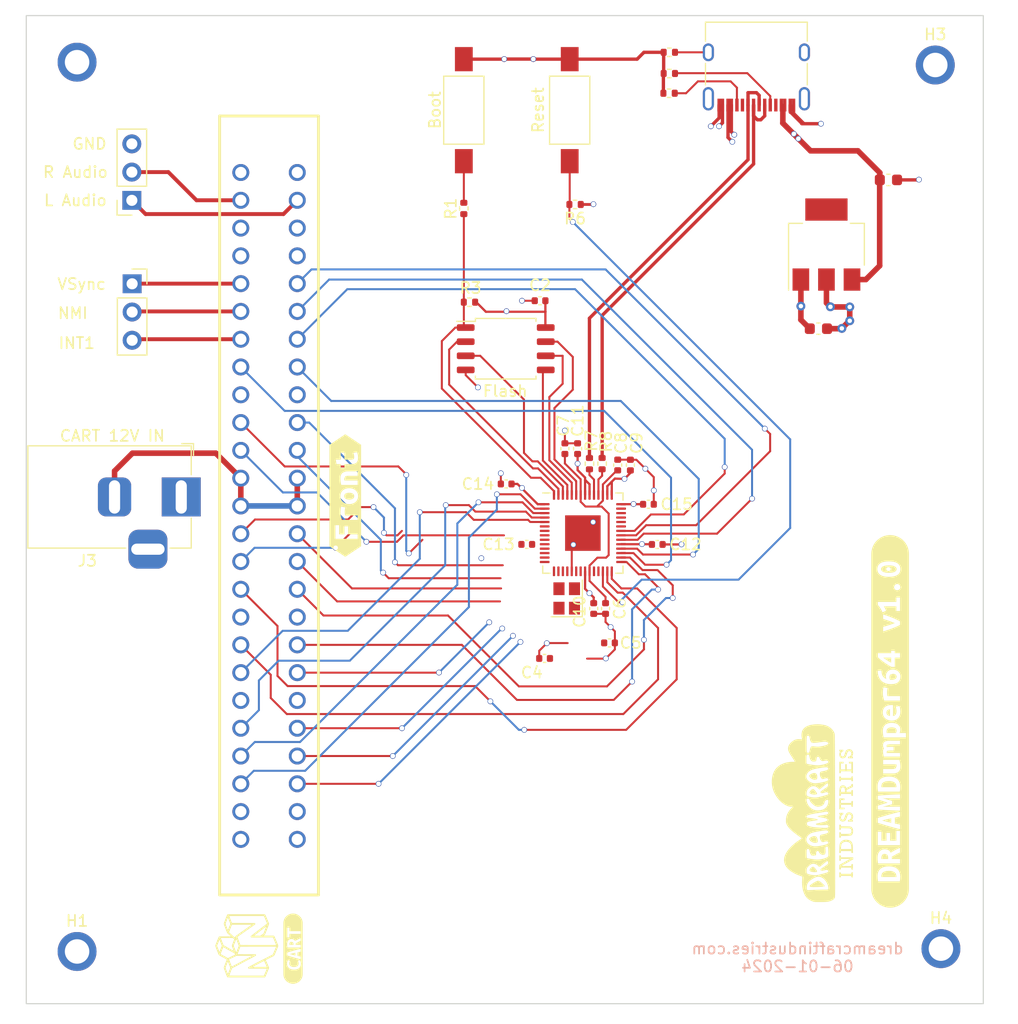
<source format=kicad_pcb>
(kicad_pcb (version 20221018) (generator pcbnew)
  (layers (0 "F.Cu" signal) (1 "In1.Cu" power) (2 "In2.Cu" power) (31 "B.Cu" signal) (34 "B.Paste" user) (35 "F.Paste" user) (36 "B.SilkS" user "B.Silkscreen") (37 "F.SilkS" user "F.Silkscreen") (38 "B.Mask" user) (39 "F.Mask" user) (44 "Edge.Cuts" user))
  (net 0 "")
  (net 1 "VBUS")
  (net 2 "/AD0")
  (net 3 "/AD1")
  (net 4 "/AD2")
  (net 5 "/AD3")
  (net 6 "/AD4")
  (net 7 "/AD5")
  (net 8 "/AD6")
  (net 9 "/AD7")
  (net 10 "/AD8")
  (net 11 "/AD9")
  (net 12 "/AD10")
  (net 13 "/AD11")
  (net 14 "/AD12")
  (net 15 "/AD13")
  (net 16 "/AD14")
  (net 17 "/AD15")
  (net 18 "GND")
  (net 19 "+3V3")
  (net 20 "/MCU1_XIN")
  (net 21 "Net-(U1-VREG_VOUT)")
  (net 22 "/MCU1_XOUT")
  (net 23 "/ALEL")
  (net 24 "/ALEH")
  (net 25 "/WRITE")
  (net 26 "/READ")
  (net 27 "/CIC_CLK")
  (net 28 "Net-(J1-CC1)")
  (net 29 "/COLD_RESET")
  (net 30 "/SWCLK")
  (net 31 "/SWDIO")
  (net 32 "/CART_LAUDIO")
  (net 33 "/CART_RAUDIO")
  (net 34 "/CART_INT1")
  (net 35 "/CIC_DIO")
  (net 36 "/~{SSI_CS}")
  (net 37 "Net-(R1-Pad2)")
  (net 39 "Net-(J1-CC2)")
  (net 41 "/RUN")
  (net 42 "/USB_D+")
  (net 43 "Net-(J1-SHIELD)")
  (net 44 "/USB_D-")
  (net 45 "/SSI_SD3")
  (net 46 "/SSI_SCLK")
  (net 47 "/SSI_SD0")
  (net 48 "/SSI_SD2")
  (net 49 "/SSI_SD1")
  (net 50 "/CART_12V")
  (net 51 "/N64_SI_CLK")
  (net 52 "/N64_SI_DAT")
  (net 53 "/CART_NMI")
  (net 54 "Net-(U1-USB_DP)")
  (net 55 "/CART_VIDEO_SYNC")
  (net 56 "Net-(U1-USB_DM)")
  (footprint "Resistor_SMD:R_0402_1005Metric" (layer "F.Cu") (at 116.5332 43.942)
    (fp_text reference "R2" hide)
    (fp_text value "100k")
  )
  (footprint "Resistor_SMD:R_0402_1005Metric" (layer "F.Cu") (at 108.0516 57.6326 180)
    (fp_text reference "R6")
    (fp_text value "10k")
  )
  (footprint "MountingHole:MountingHole_2.2mm_M2_ISO7380_Pad_TopBottom" (layer "F.Cu") (at 63.246 124.841)
    (fp_text reference "H1")
    (fp_text value "MountingHole_Pad")
  )
  (footprint "Capacitor_SMD:C_0402_1005Metric" (layer "F.Cu") (at 103.7056 88.2142 180)
    (fp_text reference "C13")
    (fp_text value "100n" hide)
  )
  (footprint "MountingHole:MountingHole_2.2mm_M2_ISO7380_Pad_TopBottom" (layer "F.Cu") (at 63.246 44.831)
    (fp_text reference "H2" hide)
    (fp_text value "MountingHole_Pad")
  )
  (footprint "Resistor_SMD:R_0402_1005Metric" (layer "F.Cu") (at 116.5098 47.625 180)
    (fp_text reference "R5" hide)
    (fp_text value "5k1" hide)
  )
  (footprint "Resistor_SMD:R_0402_1005Metric" (layer "F.Cu") (at 110.4848 80.9498 -90)
    (fp_text reference "R8")
    (fp_text value "22R")
  )
  (footprint "Capacitor_SMD:C_0402_1005Metric" (layer "F.Cu") (at 105.3084 98.4758)
    (fp_text reference "C4")
    (fp_text value "12p" hide)
  )
  (footprint "MountingHole:MountingHole_2.2mm_M2_ISO7380_Pad_TopBottom" (layer "F.Cu") (at 140.97 124.587)
    (fp_text reference "H4")
    (fp_text value "MountingHole_Pad")
  )
  (footprint "Button_Switch_SMD:SW_SPST_FSMSM" (layer "F.Cu") (at 98.044 49.149 90)
    (fp_text reference "Boot")
    (fp_text value "BootButton")
  )
  (footprint "Package_SO:SOIC-8_5.23x5.23mm_P1.27mm" (layer "F.Cu") (at 101.81 70.612)
    (fp_text reference "Flash")
    (fp_text value "W25Q128JVS" hide)
  )
  (footprint "Resistor_SMD:R_0402_1005Metric" (layer "F.Cu") (at 109.347 80.9533 -90)
    (fp_text reference "R7")
    (fp_text value "22R")
  )
  (footprint "Capacitor_SMD:C_0402_1005Metric" (layer "F.Cu") (at 101.854 82.7786 180)
    (fp_text reference "C14")
    (fp_text value "100n" hide)
  )
  (footprint "Resistor_SMD:R_0402_1005Metric" (layer "F.Cu") (at 98.55 66.421 180)
    (fp_text reference "R3")
    (fp_text value "10K" hide)
  )
  (footprint "db-thparts:N64-CONN" (layer "F.Cu") (at 83.058 114.756 180)
    (fp_text reference "U2" hide)
    (fp_text value "N64-Cartridge" hide)
  )
  (footprint "Connector_PinSocket_2.54mm:PinSocket_1x03_P2.54mm_Vertical" (layer "F.Cu") (at 68.199 64.77)
    (fp_text reference "CON2" hide)
    (fp_text value "HDR1X3")
  )
  (footprint "Capacitor_SMD:C_0402_1005Metric" (layer "F.Cu") (at 110.7948 93.9826 -90)
    (fp_text reference "C6")
    (fp_text value "100n" hide)
  )
  (footprint "Capacitor_SMD:C_0402_1005Metric" (layer "F.Cu") (at 109.728 93.9826 -90)
    (fp_text reference "C10")
    (fp_text value "100n" hide)
  )
  (footprint "Capacitor_SMD:C_0402_1005Metric" (layer "F.Cu") (at 108.2802 79.601 90)
    (fp_text reference "C11")
    (fp_text value "100n" hide)
  )
  (footprint "Capacitor_SMD:C_0402_1005Metric" (layer "F.Cu") (at 111.887 81.0742 90)
    (fp_text reference "C8")
    (fp_text value "1u")
  )
  (footprint "Capacitor_SMD:C_0402_1005Metric" (layer "F.Cu") (at 113.03 81.0794 90)
    (fp_text reference "C9")
    (fp_text value "1u")
  )
  (footprint "Capacitor_SMD:C_0402_1005Metric" (layer "F.Cu") (at 104.902 66.294 180)
    (fp_text reference "C2")
    (fp_text value "100n")
  )
  (footprint "Capacitor_SMD:C_0402_1005Metric" (layer "F.Cu") (at 114.653 84.6074)
    (fp_text reference "C15")
    (fp_text value "100n")
  )
  (footprint "Capacitor_SMD:C_0402_1005Metric" (layer "F.Cu") (at 115.4456 88.221)
    (fp_text reference "C12")
    (fp_text value "100n" hide)
  )
  (footprint "kibuzzard-665BAE91" (layer "F.Cu") (at 82.677 124.587 90)
    (fp_text reference "kibuzzard-665BAE91" hide)
    (fp_text value "G***" hide)
  )
  (footprint "Resistor_SMD:R_0402_1005Metric" (layer "F.Cu") (at 116.5332 45.847 180)
    (fp_text reference "R4" hide)
    (fp_text value "5k1" hide)
  )
  (footprint "Capacitor_SMD:C_0603_1608Metric" (layer "F.Cu") (at 129.9464 68.8086 180)
    (fp_text reference "C3" hide)
    (fp_text value "10u")
  )
  (footprint "MountingHole:MountingHole_2.2mm_M2_ISO7380_Pad_TopBottom" (layer "F.Cu") (at 140.462 45.085)
    (fp_text reference "H3")
    (fp_text value "MountingHole_Pad")
  )
  (footprint "Capacitor_SMD:C_0402_1005Metric" (layer "F.Cu") (at 111.1504 97.0788 180)
    (fp_text reference "C5")
    (fp_text value "12p" hide)
  )
  (footprint "kibuzzard-665BADED" (layer "F.Cu") (at 87.376 83.82 90)
    (fp_text reference "kibuzzard-665BADED" hide)
    (fp_text value "G***" hide)
  )
  (footprint "Connector_BarrelJack:BarrelJack_Horizontal" (layer "F.Cu") (at 72.6186 83.947)
    (fp_text reference "J3")
    (fp_text value "CART 12V IN")
  )
  (footprint "Package_TO_SOT_SMD:SOT-223-3_TabPin2" (layer "F.Cu") (at 130.669 61.239 90)
    (fp_text reference "U4" hide)
    (fp_text value "NCP1117-3.3_SOT223")
  )
  (footprint "LOGO" (layer "F.Cu") (at 129.824431 112.453543 90)
    (fp_text reference "Logo" hide)
    (fp_text value "LOGO" hide)
  )
  (footprint "Crystal:Crystal_SMD_2520-4Pin_2.5x2.0mm" (layer "F.Cu") (at 107.3038 93.0796 90)
    (fp_text reference "Y1" hide)
    (fp_text value "12MHz 10ppm" hide)
  )
  (footprint "Connector_USB:USB_C_Receptacle_XKB_U262-16XN-4BVC11" (layer "F.Cu") (at 124.364 45.02 180)
    (fp_text reference "J1" hide)
    (fp_text value "USB_C_Receptacle_USB2.0")
  )
  (footprint "Package_DFN_QFN:QFN-56-1EP_7x7mm_P0.4mm_EP3.2x3.2mm" (layer "F.Cu") (at 108.7542 87.2)
    (fp_text reference "U1" hide)
    (fp_text value "RP2040" hide)
  )
  (footprint "Resistor_SMD:R_0402_1005Metric" (layer "F.Cu") (at 98.044 57.9902 90)
    (fp_text reference "R1")
    (fp_text value "1K")
  )
  (footprint "LOGO" (layer "F.Cu") (at 78.486 124.46 90)
    (fp_text reference "G***" hide)
    (fp_text value "LOGO" hide)
  )
  (footprint "Connector_PinSocket_2.54mm:PinSocket_1x03_P2.54mm_Vertical" (layer "F.Cu") (at 68.174 57.262 180)
    (fp_text reference "CON3" hide)
    (fp_text value "HDR1X3" hide)
  )
  (footprint "Button_Switch_SMD:SW_SPST_FSMSM" (layer "F.Cu") (at 107.569 49.149 -90)
    (fp_text reference "Reset")
    (fp_text value "ResetButton")
  )
  (footprint "Capacitor_SMD:C_0402_1005Metric" (layer "F.Cu") (at 107.1372 79.601 90)
    (fp_text reference "C7")
    (fp_text value "100n" hide)
  )
  (footprint "Capacitor_SMD:C_0603_1608Metric" (layer "F.Cu") (at 136.2456 55.4228)
    (fp_text reference "C1" hide)
    (fp_text value "10u")
  )
  (footprint "kibuzzard-665BAD6D" (layer "F.Cu") (at 136.398 104.14 90)
    (fp_text reference "kibuzzard-665BAD6D" hide)
    (fp_text value "G***" hide)
  )
  (gr_rect (start 58.674 40.64) (end 144.78 129.54) (stroke (width 0.1)) (fill none) (layer "Edge.Cuts"))
  (gr_text "dreamcraftindustries.com\n06-01-2024" (at 128.0668 126.7714) (layer "B.SilkS") (effects (font (size 1 1)) (justify bottom mirror)))
  (gr_text "INT1" (at 63.2206 70.104) (layer "F.SilkS") (effects (font (size 1 1))))
  (gr_text "L Audio" (at 63.094 57.262) (layer "F.SilkS") (effects (font (size 1 1))))
  (gr_text "GND" (at 64.364 52.182) (layer "F.SilkS") (effects (font (size 1 1))))
  (gr_text "R Audio\n" (at 63.094 54.722) (layer "F.SilkS") (effects (font (size 1 1))))
  (gr_text "VSync" (at 63.6524 64.7954) (layer "F.SilkS") (effects (font (size 1 1))))
  (gr_text "NMI" (at 62.865 67.4116) (layer "F.SilkS") (effects (font (size 1 1))))
  (segment (start 121.814 51.6084) (end 122.195 51.9894) (width 0.3) (layer "F.Cu") (net 1))
  (segment (start 135.4706 55.4228) (end 135.4582 55.4352) (width 0.5) (layer "F.Cu") (net 1))
  (segment (start 127.7112 51.2826) (end 127.7366 51.2826) (width 0.5) (layer "F.Cu") (net 1))
  (segment (start 126.746 50.3174) (end 127.7112 51.2826) (width 0.5) (layer "F.Cu") (net 1))
  (segment (start 135.4582 63.1444) (end 134.2136 64.389) (width 0.5) (layer "F.Cu") (net 1))
  (segment (start 127.7366 51.308) (end 127.9906 51.562) (width 0.5) (layer "F.Cu") (net 1))
  (segment (start 133.5024 52.8066) (end 135.4706 54.7748) (width 0.5) (layer "F.Cu") (net 1))
  (segment (start 126.746 48.822) (end 126.746 50.3174) (width 0.5) (layer "F.Cu") (net 1))
  (segment (start 134.2136 64.389) (end 132.969 64.389) (width 0.5) (layer "F.Cu") (net 1))
  (segment (start 129.2352 52.8066) (end 133.5024 52.8066) (width 0.5) (layer "F.Cu") (net 1))
  (segment (start 121.814 48.69) (end 121.814 51.6084) (width 0.3) (layer "F.Cu") (net 1))
  (segment (start 128.143 51.7144) (end 129.2352 52.8066) (width 0.5) (layer "F.Cu") (net 1))
  (segment (start 127.7366 51.2826) (end 127.7366 51.308) (width 0.5) (layer "F.Cu") (net 1))
  (segment (start 122.114 48.69) (end 122.114 51.0956) (width 0.3) (layer "F.Cu") (net 1))
  (segment (start 122.195 51.9894) (end 122.1994 51.9938) (width 0.18) (layer "F.Cu") (net 1))
  (segment (start 122.114 51.0956) (end 122.3772 51.3588) (width 0.3) (layer "F.Cu") (net 1))
  (segment (start 127.9906 51.562) (end 128.143 51.7144) (width 0.5) (layer "F.Cu") (net 1))
  (segment (start 135.4706 54.7748) (end 135.4706 55.4228) (width 0.5) (layer "F.Cu") (net 1))
  (segment (start 135.4582 55.4352) (end 135.4582 63.1444) (width 0.5) (layer "F.Cu") (net 1))
  (via (at 127.7366 51.2826) (size 0.508) (drill 0.4) (layers "F.Cu" "B.Cu") (net 1))
  (via (at 122.3772 51.3588) (size 0.508) (drill 0.4) (layers "F.Cu" "B.Cu") (net 1))
  (via (at 128.143 51.7144) (size 0.508) (drill 0.4) (layers "F.Cu" "B.Cu") (net 1))
  (via (at 122.1994 51.9938) (size 0.508) (drill 0.4) (layers "F.Cu" "B.Cu") (net 1))
  (segment (start 104.431 85) (end 103.1388 83.7078) (width 0.18) (layer "F.Cu") (net 2))
  (segment (start 103.1388 83.7078) (end 101.0158 83.7078) (width 0.18) (layer "F.Cu") (net 2))
  (segment (start 105.3167 85) (end 104.431 85) (width 0.18) (layer "F.Cu") (net 2))
  (via (at 101.0158 83.7078) (size 0.508) (drill 0.4) (layers "F.Cu" "B.Cu") (net 2))
  (segment (start 98.5012 93.853) (end 98.5012 87.6046) (width 0.18) (layer "B.Cu") (net 2))
  (segment (start 98.5012 87.6046) (end 101.0158 85.09) (width 0.18) (layer "B.Cu") (net 2))
  (segment (start 79.149 108.585) (end 83.7692 108.585) (width 0.18) (layer "B.Cu") (net 2))
  (segment (start 101.0158 85.09) (end 101.0158 83.7078) (width 0.18) (layer "B.Cu") (net 2))
  (segment (start 83.7692 108.585) (end 98.5012 93.853) (width 0.18) (layer "B.Cu") (net 2))
  (segment (start 77.978 109.756) (end 79.149 108.585) (width 0.18) (layer "B.Cu") (net 2))
  (segment (start 104.293598 85.4) (end 103.323198 84.4296) (width 0.18) (layer "F.Cu") (net 3))
  (segment (start 103.323198 84.4296) (end 99.3648 84.4296) (width 0.18) (layer "F.Cu") (net 3))
  (segment (start 105.3167 85.4) (end 104.293598 85.4) (width 0.18) (layer "F.Cu") (net 3))
  (via (at 99.3648 84.4296) (size 0.508) (drill 0.4) (layers "F.Cu" "B.Cu") (net 3))
  (segment (start 97.4598 86.3346) (end 99.3648 84.4296) (width 0.18) (layer "B.Cu") (net 3))
  (segment (start 77.978 107.256) (end 79.2398 105.9942) (width 0.18) (layer "B.Cu") (net 3))
  (segment (start 79.2398 105.9942) (end 83.307553 105.9942) (width 0.18) (layer "B.Cu") (net 3))
  (segment (start 83.307553 105.9942) (end 97.4598 91.841953) (width 0.18) (layer "B.Cu") (net 3))
  (segment (start 97.4598 91.841953) (end 97.4598 86.3346) (width 0.18) (layer "B.Cu") (net 3))
  (segment (start 103.623996 85.2678) (end 99.0854 85.2678) (width 0.18) (layer "F.Cu") (net 4))
  (segment (start 98.5012 84.6836) (end 96.4184 84.6836) (width 0.18) (layer "F.Cu") (net 4))
  (segment (start 99.0854 85.2678) (end 98.5012 84.6836) (width 0.18) (layer "F.Cu") (net 4))
  (segment (start 105.3167 85.8) (end 104.156196 85.8) (width 0.18) (layer "F.Cu") (net 4))
  (segment (start 104.156196 85.8) (end 103.623996 85.2678) (width 0.18) (layer "F.Cu") (net 4))
  (via (at 96.4184 84.6836) (size 0.508) (drill 0.4) (layers "F.Cu" "B.Cu") (net 4))
  (segment (start 77.978 104.756) (end 79.6036 103.1304) (width 0.18) (layer "B.Cu") (net 4))
  (segment (start 79.6036 103.1304) (end 79.6036 100.457) (width 0.18) (layer "B.Cu") (net 4))
  (segment (start 96.3676 90.0938) (end 96.3676 84.7344) (width 0.18) (layer "B.Cu") (net 4))
  (segment (start 96.3676 84.7344) (end 96.4184 84.6836) (width 0.18) (layer "B.Cu") (net 4))
  (segment (start 81.3816 98.679) (end 87.7824 98.679) (width 0.18) (layer "B.Cu") (net 4))
  (segment (start 79.6036 100.457) (end 81.3816 98.679) (width 0.18) (layer "B.Cu") (net 4))
  (segment (start 87.7824 98.679) (end 96.3676 90.0938) (width 0.18) (layer "B.Cu") (net 4))
  (segment (start 104.018795 86.2) (end 103.823195 86.0044) (width 0.18) (layer "F.Cu") (net 5))
  (segment (start 98.933 86.0044) (end 98.2472 85.3186) (width 0.18) (layer "F.Cu") (net 5))
  (segment (start 98.2472 85.3186) (end 94.0816 85.3186) (width 0.18) (layer "F.Cu") (net 5))
  (segment (start 105.3167 86.2) (end 104.018795 86.2) (width 0.18) (layer "F.Cu") (net 5))
  (segment (start 103.823195 86.0044) (end 98.933 86.0044) (width 0.18) (layer "F.Cu") (net 5))
  (via (at 94.0816 85.3186) (size 0.508) (drill 0.4) (layers "F.Cu" "B.Cu") (net 5))
  (segment (start 94.0816 89.5096) (end 94.0816 85.3186) (width 0.18) (layer "B.Cu") (net 5))
  (segment (start 87.6046 95.9866) (end 94.0816 89.5096) (width 0.18) (layer "B.Cu") (net 5))
  (segment (start 81.7474 95.9866) (end 87.6046 95.9866) (width 0.18) (layer "B.Cu") (net 5))
  (segment (start 77.978 99.756) (end 81.7474 95.9866) (width 0.18) (layer "B.Cu") (net 5))
  (segment (start 88.431406 86.6) (end 86.512406 88.519) (width 0.18) (layer "F.Cu") (net 6))
  (via (at 86.512406 88.519) (size 0.508) (drill 0.4) (layers "F.Cu" "B.Cu") (net 6))
  (segment (start 77.978 89.756) (end 79.215 88.519) (width 0.18) (layer "B.Cu") (net 6))
  (segment (start 79.215 88.519) (end 86.512406 88.519) (width 0.18) (layer "B.Cu") (net 6))
  (segment (start 88.7476 84.8614) (end 89.915998 84.8614) (width 0.18) (layer "F.Cu") (net 7))
  (segment (start 92.472398 87) (end 92.070998 87.4014) (width 0.18) (layer "F.Cu") (net 7))
  (segment (start 87.63 85.979) (end 88.7476 84.8614) (width 0.18) (layer "F.Cu") (net 7))
  (segment (start 79.255 85.979) (end 87.63 85.979) (width 0.18) (layer "F.Cu") (net 7))
  (segment (start 77.978 87.256) (end 79.255 85.979) (width 0.18) (layer "F.Cu") (net 7))
  (segment (start 92.070998 87.4014) (end 91.0844 87.4014) (width 0.18) (layer "F.Cu") (net 7))
  (segment (start 91.0844 87.4014) (end 90.8558 87.1728) (width 0.18) (layer "F.Cu") (net 7))
  (via (at 89.915998 84.8614) (size 0.508) (drill 0.4) (layers "F.Cu" "B.Cu") (net 7))
  (via (at 90.8558 87.1728) (size 0.508) (drill 0.4) (layers "F.Cu" "B.Cu") (net 7))
  (segment (start 90.8558 85.801202) (end 90.8558 87.1728) (width 0.18) (layer "B.Cu") (net 7))
  (segment (start 89.915998 84.8614) (end 90.8558 85.801202) (width 0.18) (layer "B.Cu") (net 7))
  (segment (start 92.6094 87.4004) (end 92.029632 87.980168) (width 0.18) (layer "F.Cu") (net 8))
  (segment (start 101.64086 87.4) (end 101.64046 87.4004) (width 0.18) (layer "F.Cu") (net 8))
  (segment (start 101.64046 87.4004) (end 92.6094 87.4004) (width 0.18) (layer "F.Cu") (net 8))
  (segment (start 92.029632 87.980168) (end 89.275566 87.980168) (width 0.18) (layer "F.Cu") (net 8))
  (via (at 89.275566 87.980168) (size 0.508) (drill 0.4) (layers "F.Cu" "B.Cu") (net 8))
  (segment (start 81.7626 83.5406) (end 84.835998 83.5406) (width 0.18) (layer "B.Cu") (net 8))
  (segment (start 77.978 79.756) (end 81.7626 83.5406) (width 0.18) (layer "B.Cu") (net 8))
  (segment (start 84.835998 83.5406) (end 89.275566 87.980168) (width 0.18) (layer "B.Cu") (net 8))
  (segment (start 92.1514 81.204) (end 92.8624 81.915) (width 0.18) (layer "F.Cu") (net 9))
  (segment (start 81.926 81.204) (end 92.1514 81.204) (width 0.18) (layer "F.Cu") (net 9))
  (segment (start 77.978 77.256) (end 81.926 81.204) (width 0.18) (layer "F.Cu") (net 9))
  (segment (start 92.8624 81.915) (end 92.8624 81.9658) (width 0.18) (layer "F.Cu") (net 9))
  (segment (start 94.318 87.8) (end 93.091 89.027) (width 0.18) (layer "F.Cu") (net 9))
  (via (at 93.091 89.027) (size 0.508) (drill 0.4) (layers "F.Cu" "B.Cu") (net 9))
  (via (at 92.8624 81.9658) (size 0.508) (drill 0.4) (layers "F.Cu" "B.Cu") (net 9))
  (segment (start 92.8624 88.7984) (end 93.091 89.027) (width 0.18) (layer "B.Cu") (net 9))
  (segment (start 92.8624 81.9658) (end 92.8624 88.7984) (width 0.18) (layer "B.Cu") (net 9))
  (segment (start 101.5492 90.0938) (end 92.1258 90.0938) (width 0.18) (layer "F.Cu") (net 10))
  (segment (start 92.1258 90.0938) (end 91.8464 89.8144) (width 0.18) (layer "F.Cu") (net 10))
  (via (at 91.8464 89.8144) (size 0.508) (drill 0.4) (layers "F.Cu" "B.Cu") (net 10))
  (segment (start 83.058 77.256) (end 84.13563 77.256) (width 0.18) (layer "B.Cu") (net 10))
  (segment (start 91.8464 84.96677) (end 91.8464 89.8144) (width 0.18) (layer "B.Cu") (net 10))
  (segment (start 84.13563 77.256) (end 91.8464 84.96677) (width 0.18) (layer "B.Cu") (net 10))
  (segment (start 90.7796 90.7542) (end 91.2876 91.2622) (width 0.18) (layer "F.Cu") (net 11))
  (segment (start 91.2876 91.2622) (end 101.346 91.2622) (width 0.18) (layer "F.Cu") (net 11))
  (via (at 90.7796 90.7542) (size 0.508) (drill 0.4) (layers "F.Cu" "B.Cu") (net 11))
  (segment (start 90.5764 87.8078) (end 83.058 80.2894) (width 0.18) (layer "B.Cu") (net 11))
  (segment (start 90.5764 90.551) (end 90.5764 87.8078) (width 0.18) (layer "B.Cu") (net 11))
  (segment (start 83.058 80.2894) (end 83.058 79.756) (width 0.18) (layer "B.Cu") (net 11))
  (segment (start 90.7796 90.7542) (end 90.5764 90.551) (width 0.18) (layer "B.Cu") (net 11))
  (segment (start 101.3968 92.1766) (end 87.9786 92.1766) (width 0.18) (layer "F.Cu") (net 12))
  (segment (start 87.9786 92.1766) (end 83.058 87.256) (width 0.18) (layer "F.Cu") (net 12))
  (segment (start 86.647 93.345) (end 83.058 89.756) (width 0.18) (layer "F.Cu") (net 13))
  (segment (start 101.2952 93.345) (end 86.647 93.345) (width 0.18) (layer "F.Cu") (net 13))
  (segment (start 95.7986 99.756) (end 95.8088 99.7458) (width 0.18) (layer "F.Cu") (net 14))
  (segment (start 83.058 99.756) (end 95.7986 99.756) (width 0.18) (layer "F.Cu") (net 14))
  (via (at 95.8088 99.7458) (size 0.508) (drill 0.4) (layers "F.Cu" "B.Cu") (net 14))
  (via (at 100.33 95.2246) (size 0.508) (drill 0.4) (layers "F.Cu" "B.Cu") (net 14))
  (segment (start 95.8088 99.7458) (end 100.33 95.2246) (width 0.18) (layer "B.Cu") (net 14))
  (segment (start 83.058 104.756) (end 92.475004 104.756) (width 0.18) (layer "F.Cu") (net 15))
  (via (at 101.498402 95.783401) (size 0.508) (drill 0.4) (layers "F.Cu" "B.Cu") (net 15))
  (via (at 92.475004 104.756) (size 0.508) (drill 0.4) (layers "F.Cu" "B.Cu") (net 15))
  (segment (start 101.447603 95.783401) (end 101.498402 95.783401) (width 0.18) (layer "B.Cu") (net 15))
  (segment (start 92.475004 104.756) (end 101.447603 95.783401) (width 0.18) (layer "B.Cu") (net 15))
  (segment (start 91.6514 107.256) (end 83.058 107.256) (width 0.18) (layer "F.Cu") (net 16))
  (via (at 102.4636 96.4438) (size 0.508) (drill 0.4) (layers "F.Cu" "B.Cu") (net 16))
  (via (at 91.6514 107.256) (size 0.508) (drill 0.4) (layers "F.Cu" "B.Cu") (net 16))
  (segment (start 91.6514 107.256) (end 102.4636 96.4438) (width 0.18) (layer "B.Cu") (net 16))
  (segment (start 90.370608 109.756) (end 83.058 109.756) (width 0.18) (layer "F.Cu") (net 17))
  (via (at 90.370608 109.756) (size 0.508) (drill 0.4) (layers "F.Cu" "B.Cu") (net 17))
  (via (at 103.136704 96.989904) (size 0.508) (drill 0.4) (layers "F.Cu" "B.Cu") (net 17))
  (segment (start 90.370608 109.756) (end 103.136704 96.989904) (width 0.18) (layer "B.Cu") (net 17))
  (segment (start 111.252 95.6564) (end 111.633 96.0374) (width 0.18) (layer "F.Cu") (net 18))
  (segment (start 108.2802 79.121) (end 107.1372 79.121) (width 0.18) (layer "F.Cu") (net 18))
  (segment (start 104.299798 44.559) (end 104.292398 44.5516) (width 0.5) (layer "F.Cu") (net 18))
  (segment (start 107.1372 79.121) (end 107.1372 77.978) (width 0.18) (layer "F.Cu") (net 18))
  (segment (start 128.369 64.389) (end 128.369 66.779184) (width 0.5) (layer "F.Cu") (net 18))
  (segment (start 109.133707 98.493256) (end 110.802744 98.493256) (width 0.18) (layer "F.Cu") (net 18))
  (segment (start 115.9998 47.625) (end 115.9998 45.8704) (width 0.3) (layer "F.Cu") (net 18))
  (segment (start 121.014 49.8518) (end 120.269 50.5968) (width 0.3) (layer "F.Cu") (net 18))
  (segment (start 111.633 97.0762) (end 111.6304 97.0788) (width 0.18) (layer "F.Cu") (net 18))
  (segment (start 121.314 50.288388) (end 121.0056 50.596788) (width 0.3) (layer "F.Cu") (net 18))
  (segment (start 111.887 80.5942) (end 113.0248 80.5942) (width 0.18) (layer "F.Cu") (net 18))
  (segment (start 127.714 48.69) (end 127.714 49.4058) (width 0.3) (layer "F.Cu") (net 18))
  (segment (start 109.728 94.4626) (end 110.7948 94.4626) (width 0.18) (layer "F.Cu") (net 18))
  (segment (start 128.6764 50.3682) (end 130.175 50.3682) (width 0.18) (layer "F.Cu") (net 18))
  (segment (start 115.1382 83.3628) (end 115.133 83.368) (width 0.18) (layer "F.Cu") (net 18))
  (segment (start 127.414 49.3344) (end 128.4478 50.3682) (width 0.25) (layer "F.Cu") (net 18))
  (segment (start 98.21 72.517) (end 98.21 72.9878) (width 0.18) (layer "F.Cu") (net 18))
  (segment (start 107.7542 90.6375) (end 107.7542 88.3846) (width 0.18) (layer "F.Cu") (net 18))
  (segment (start 128.4478 50.3682) (end 130.175 50.3682) (width 0.3) (layer "F.Cu") (net 18))
  (segment (start 116.0232 45.847) (end 116.0232 43.942) (width 0.3) (layer "F.Cu") (net 18))
  (segment (start 113.6322 44.559) (end 114.2492 43.942) (width 0.3) (layer "F.Cu") (net 18))
  (segment (start 111.6304 97.6656) (end 110.8202 98.4758) (width 0.18) (layer "F.Cu") (net 18))
  (segment (start 104.422 66.294) (end 103.2764 66.294) (width 0.18) (layer "F.Cu") (net 18))
  (segment (start 121.314 48.69) (end 121.314 50.288388) (width 0.3) (layer "F.Cu") (net 18))
  (segment (start 101.6688 44.559) (end 101.6762 44.5516) (width 0.5) (layer "F.Cu") (net 18))
  (segment (start 114.3762 81.407) (end 115.133 82.1638) (width 0.18) (layer "F.Cu") (net 18))
  (segment (start 114.2492 43.942) (end 116.0232 43.942) (width 0.3) (layer "F.Cu") (net 18))
  (segment (start 115.9998 45.8704) (end 116.0232 45.847) (width 0.18) (layer "F.Cu") (net 18))
  (segment (start 128.369 68.0062) (end 128.369 66.779184) (width 0.5) (layer "F.Cu") (net 18))
  (segment (start 107.383707 97.093256) (end 105.522544 97.093256) (width 0.18) (layer "F.Cu") (net 18))
  (segment (start 115.133 83.368) (end 115.133 84.6074) (width 0.18) (layer "F.Cu") (net 18))
  (segment (start 129.1714 68.8086) (end 128.369 68.0062) (width 0.5) (layer "F.Cu") (net 18))
  (segment (start 121.014 48.69) (end 121.014 49.8518) (width 0.3) (layer "F.Cu") (net 18))
  (segment (start 115.9764 47.625) (end 115.951 47.5996) (width 0.18) (layer "F.Cu") (net 18))
  (segment (start 98.21 72.9878) (end 99.314 74.0918) (width 0.18) (layer "F.Cu") (net 18))
  (segment (start 105.522544 97.093256) (end 105.5116 97.1042) (width 0.18) (layer "F.Cu") (net 18))
  (segment (start 113.5686 80.5994) (end 114.3762 81.407) (width 0.18) (layer "F.Cu") (net 18))
  (segment (start 138.9634 55.4228) (end 138.9888 55.3974) (width 0.3) (layer "F.Cu") (net 18))
  (segment (start 101.6762 44.5516) (end 104.292398 44.5516) (width 0.3) (layer "F.Cu") (net 18))
  (segment (start 98.044 44.559) (end 101.6688 44.559) (width 0.3) (layer "F.Cu") (net 18))
  (segment (start 110.7948 95.1992) (end 111.252 95.6564) (width 0.18) (layer "F.Cu") (net 18))
  (segment (start 101.374 81.816) (end 101.3714 81.8134) (width 0.18) (layer "F.Cu") (net 18))
  (segment (start 110.802744 98.493256) (end 110.8202 98.4758) (width 0.18) (layer "F.Cu") (net 18))
  (segment (start 107.569 44.559) (end 113.6322 44.559) (width 0.3) (layer "F.Cu") (net 18))
  (segment (start 127.414 48.69) (end 127.414 49.3344) (width 0.3) (layer "F.Cu") (net 18))
  (segment (start 117.6206 88.221) (end 117.6274 88.2142) (width 0.18) (layer "F.Cu") (net 18))
  (segment (start 127.714 49.4058) (end 128.6764 50.3682) (width 0.25) (layer "F.Cu") (net 18))
  (segment (start 107.7542 88.3846) (end 107.8992 88.2396) (width 0.18) (layer "F.Cu") (net 18))
  (segment (start 110.7948 94.4626) (end 110.7948 95.1992) (width 0.18) (layer "F.Cu") (net 18))
  (segment (start 115.9256 88.221) (end 117.6206 88.221) (width 0.2) (layer "F.Cu") (net 18))
  (segment (start 113.0248 80.5942) (end 113.03 80.5994) (width 0.18) (layer "F.Cu") (net 18))
  (segment (start 104.8284 97.7874) (end 105.5116 97.1042) (width 0.18) (layer "F.Cu") (net 18))
  (segment (start 107.569 44.559) (end 104.299798 44.559) (width 0.3) (layer "F.Cu") (net 18))
  (segment (start 115.133 82.1638) (end 115.133 83.3576) (width 0.18) (layer "F.Cu") (net 18))
  (segment (start 111.6304 97.0788) (end 111.6304 97.6656) (width 0.18) (layer "F.Cu") (net 18))
  (segment (start 115.133 83.3576) (end 115.1382 83.3628) (width 0.18) (layer "F.Cu") (net 18))
  (segment (start 137.0206 55.4228) (end 138.9634 55.4228) (width 0.3) (layer "F.Cu") (net 18))
  (segment (start 111.633 96.0374) (end 111.633 97.0762) (width 0.18) (layer "F.Cu") (net 18))
  (segment (start 104.8284 98.4758) (end 104.8284 97.7874) (width 0.18) (layer "F.Cu") (net 18))
  (segment (start 113.03 80.5994) (end 113.5686 80.5994) (width 0.18) (layer "F.Cu") (net 18))
  (segment (start 101.374 82.7786) (end 101.374 81.816) (width 0.18) (layer "F.Cu") (net 18))
  (via (at 109.6772 86.2076) (size 0.508) (drill 0.4) (layers "F.Cu" "B.Cu") (net 18))
  (via (at 99.314 74.0918) (size 0.508) (drill 0.4) (layers "F.Cu" "B.Cu") (net 18))
  (via (at 105.5116 97.1042) (size 0.508) (drill 0.4) (layers "F.Cu" "B.Cu") (net 18))
  (via (at 107.8992 88.2396) (size 0.508) (drill 0.4) (layers "F.Cu" "B.Cu") (net 18))
  (via (at 114.3762 81.407) (size 0.508) (drill 0.4) (layers "F.Cu" "B.Cu") (net 18))
  (via (at 111.252 95.6564) (size 0.508) (drill 0.4) (layers "F.Cu" "B.Cu") (net 18))
  (via (at 128.369 66.779184) (size 0.8) (drill 0.4) (layers "F.Cu" "B.Cu") (net 18))
  (via (at 115.1382 83.3628) (size 0.508) (drill 0.4) (layers "F.Cu" "B.Cu") (net 18))
  (via (at 110.8202 98.4758) (size 0.508) (drill 0.4) (layers "F.Cu" "B.Cu") (net 18))
  (via (at 121.0056 50.596788) (size 0.508) (drill 0.4) (layers "F.Cu" "B.Cu") (net 18))
  (via (at 138.9888 55.3974) (size 0.508) (drill 0.4) (layers "F.Cu" "B.Cu") (net 18))
  (via (at 107.1372 77.978) (size 0.508) (drill 0.4) (layers "F.Cu" "B.Cu") (net 18))
  (via (at 101.6762 44.5516) (size 0.508) (drill 0.4) (layers "F.Cu" "B.Cu") (net 18))
  (via (at 99.6188 89.4588) (size 0.508) (drill 0.4) (layers "F.Cu" "B.Cu") (net 18))
  (via (at 117.6274 88.2142) (size 0.508) (drill 0.4) (layers "F.Cu" "B.Cu") (net 18))
  (via (at 101.3714 81.8134) (size 0.508) (drill 0.4) (layers "F.Cu" "B.Cu") (net 18))
  (via (at 130.175 50.3682) (size 0.508) (drill 0.4) (layers "F.Cu" "B.Cu") (net 18))
  (via (at 104.292398 44.5516) (size 0.508) (drill 0.4) (layers "F.Cu" "B.Cu") (net 18))
  (via (at 120.269 50.5968) (size 0.508) (drill 0.4) (layers "F.Cu" "B.Cu") (net 18))
  (via (at 103.2764 66.294) (size 0.508) (drill 0.4) (layers "F.Cu" "B.Cu") (net 18))
  (segment (start 130.7214 68.8086) (end 130.7846 68.8086) (width 0.3) (layer "F.Cu") (net 19))
  (segment (start 101.8286 67.2846) (end 101.8794 67.2338) (width 0.2) (layer "F.Cu") (net 19))
  (segment (start 108.9542 92.2156) (end 108.9542 90.6375) (width 0.2) (layer "F.Cu") (net 19))
  (segment (start 114.0714 88.1888) (end 114.0602 88.2) (width 0.2) (layer "F.Cu") (net 19))
  (segment (start 130.669 64.389) (end 130.669 66.483198) (width 0.5) (layer "F.Cu") (net 19))
  (segment (start 101.9302 67.2846) (end 105.382 67.2846) (width 0.2) (layer "F.Cu") (net 19))
  (segment (start 114.152 88.2) (end 114.9446 88.2) (width 0.2) (layer "F.Cu") (net 19))
  (segment (start 108.5616 57.6326) (end 109.6772 57.6326) (width 0.25) (layer "F.Cu") (net 19))
  (segment (start 110.9542 83.7625) (end 110.9542 82.9748) (width 0.2) (layer "F.Cu") (net 19))
  (segment (start 109.0092 82.4662) (end 108.9542 82.4662) (width 0.2) (layer "F.Cu") (net 19))
  (segment (start 131.038602 66.8528) (end 132.7658 66.8528) (width 0.5) (layer "F.Cu") (net 19))
  (segment (start 103.2764 83.185) (end 103.2764 83.1342) (width 0.2) (layer "F.Cu") (net 19))
  (segment (start 108.9542 82.4662) (end 108.9542 83.7625) (width 0.2) (layer "F.Cu") (net 19))
  (segment (start 114.108 84.6) (end 113.3274 84.6) (width 0.2) (layer "F.Cu") (net 19))
  (segment (start 131.025901 66.840099) (end 131.038602 66.8528) (width 0.5) (layer "F.Cu") (net 19))
  (segment (start 101.8794 67.2338) (end 101.9302 67.2846) (width 0.2) (layer "F.Cu") (net 19))
  (segment (start 105.3167 84.6) (end 104.6914 84.6) (width 0.2) (layer "F.Cu") (net 19))
  (segment (start 109.347 92.6084) (end 108.9542 92.2156) (width 0.2) (layer "F.Cu") (net 19))
  (segment (start 109.728 93.5026) (end 109.728 92.9894) (width 0.2) (layer "F.Cu") (net 19))
  (segment (start 108.2802 80.081) (end 108.2802 80.9498) (width 0.2) (layer "F.Cu") (net 19))
  (segment (start 132.7658 66.8528) (end 132.7658 68.097356) (width 0.5) (layer "F.Cu") (net 19))
  (segment (start 109.3542 83.7625) (end 109.3542 82.8112) (width 0.2) (layer "F.Cu") (net 19))
  (segment (start 130.7846 68.8086) (end 132.0546 68.8086) (width 0.5) (layer "F.Cu") (net 19))
  (segment (start 109.6772 57.6326) (end 109.7026 57.6072) (width 0.18) (layer "F.Cu") (net 19))
  (segment (start 132.0546 68.8086) (end 132.0546 68.7832) (width 0.5) (layer "F.Cu") (net 19))
  (segment (start 111.633 82.296) (end 112.4966 82.3214) (width 0.2) (layer "F.Cu") (net 19))
  (segment (start 99.1616 66.421) (end 100.0252 67.2846) (width 0.2) (layer "F.Cu") (net 19))
  (segment (start 112.522 82.296) (end 113.03 81.788) (width 0.2) (layer "F.Cu") (net 19))
  (segment (start 105.382 68.679) (end 105.41 68.707) (width 0.2) (layer "F.Cu") (net 19))
  (segment (start 132.0546 68.8086) (end 132.0546 68.8086) (width 0.5) (layer "F.Cu") (net 19))
  (segment (start 111.3542 82.576) (end 111.3542 83.7625) (width 0.2) (layer "F.Cu") (net 19))
  (segment (start 104.6914 84.6) (end 103.2764 83.185) (width 0.2) (layer "F.Cu") (net 19))
  (segment (start 110.9542 82.9748) (end 111.3536 82.5754) (width 0.2) (layer "F.Cu") (net 19))
  (segment (start 108.2802 81.531658) (end 108.9542 82.205658) (width 0.2) (layer "F.Cu") (net 19))
  (segment (start 114.0826 88.2) (end 114.0714 88.1888) (width 0.2) (layer "F.Cu") (net 19))
  (segment (start 112.4966 82.3214) (end 112.522 82.296) (width 0.2) (layer "F.Cu") (net 19))
  (segment (start 103.2256 83.1342) (end 102.87 82.7786) (width 0.2) (layer "F.Cu") (net 19))
  (segment (start 114.0602 88.2) (end 112.1917 88.2) (width 0.2) (layer "F.Cu") (net 19))
  (segment (start 113.03 81.788) (end 113.03 81.462) (width 0.2) (layer "F.Cu") (net 19))
  (segment (start 100.0252 67.2846) (end 101.8286 67.2846) (width 0.2) (layer "F.Cu") (net 19))
  (segment (start 111.3536 82.5754) (end 111.3542 82.576) (width 0.2) (layer "F.Cu") (net 19))
  (segment (start 113.3274 84.6) (end 113.3094 84.582) (width 0.2) (layer "F.Cu") (net 19))
  (segment (start 130.669 66.483198) (end 131.025901 66.840099) (width 0.5) (layer "F.Cu") (net 19))
  (segment (start 114.9446 88.2) (end 114.9656 88.221) (width 0.18) (layer "F.Cu") (net 19))
  (segment (start 102.87 82.7786) (end 102.334 82.7786) (width 0.2) (layer "F.Cu") (net 19))
  (segment (start 109.728 92.9894) (end 109.347 92.6084) (width 0.2) (layer "F.Cu") (net 19))
  (segment (start 109.3542 82.8112) (end 109.0092 82.4662) (width 0.2) (layer "F.Cu") (net 19))
  (segment (start 105.382 67.2846) (end 105.382 68.679) (width 0.2) (layer "F.Cu") (net 19))
  (segment (start 108.2802 80.9498) (end 108.2802 81.531658) (width 0.2) (layer "F.Cu") (net 19))
  (segment (start 132.0546 68.7832) (end 132.740444 68.097356) (width 0.5) (layer "F.Cu") (net 19))
  (segment (start 111.3536 82.5754) (end 111.633 82.296) (width 0.2) (layer "F.Cu") (net 19))
  (segment (start 113.3094 84.582) (end 113.2914 84.6) (width 0.2) (layer "F.Cu") (net 19))
  (segment (start 108.9542 82.205658) (end 108.9542 82.4662) (width 0.2) (layer "F.Cu") (net 19))
  (segment (start 114.152 88.2) (end 114.0826 88.2) (width 0.2) (layer "F.Cu") (net 19))
  (segment (start 103.2764 83.1342) (end 103.2256 83.1342) (width 0.2) (layer "F.Cu") (net 19))
  (segment (start 113.2914 84.6) (end 112.1917 84.6) (width 0.2) (layer "F.Cu") (net 19))
  (segment (start 132.740444 68.097356) (end 132.7658 68.097356) (width 0.5) (layer "F.Cu") (net 19))
  (segment (start 105.382 66.294) (end 105.382 67.2846) (width 0.2) (layer "F.Cu") (net 19))
  (via (at 113.3094 84.582) (size 0.508) (drill 0.4) (layers "F.Cu" "B.Cu") (net 19))
  (via (at 109.7026 57.6072) (size 0.508) (drill 0.4) (layers "F.Cu" "B.Cu") (net 19))
  (via (at 132.7658 66.8528) (size 0.8) (drill 0.4) (layers "F.Cu" "B.Cu") (net 19))
  (via (at 112.4966 82.3214) (size 0.508) (drill 0.4) (layers "F.Cu" "B.Cu") (net 19))
  (via (at 132.7658 68.097356) (size 0.8) (drill 0.4) (layers "F.Cu" "B.Cu") (net 19))
  (via (at 103.2764 83.1342) (size 0.508) (drill 0.4) (layers "F.Cu" "B.Cu") (net 19))
  (via (at 132.0546 68.7832) (size 0.8) (drill 0.4) (layers "F.Cu" "B.Cu") (net 19))
  (via (at 114.0714 88.1888) (size 0.508) (drill 0.4) (layers "F.Cu" "B.Cu") (net 19))
  (via (at 108.2802 80.9498) (size 0.508) (drill 0.4) (layers "F.Cu" "B.Cu") (net 19))
  (via (at 109.347 92.6084) (size 0.508) (drill 0.4) (layers "F.Cu" "B.Cu") (net 19))
  (via (at 131.025901 66.840099) (size 0.8) (drill 0.4) (layers "F.Cu" "B.Cu") (net 19))
  (via (at 101.8794 67.2338) (size 0.508) (drill 0.4) (layers "F.Cu" "B.Cu") (net 19))
  (segment (start 108.9914 84.8106) (end 108.5542 84.3734) (width 0.18) (layer "F.Cu") (net 21))
  (segment (start 111.887 81.4832) (end 110.5542 82.816) (width 0.18) (layer "F.Cu") (net 21))
  (segment (start 109.3542 90.119167) (end 110.065367 89.408) (width 0.18) (layer "F.Cu") (net 21))
  (segment (start 110.4392 84.8106) (end 110.024433 84.8106) (width 0.18) (layer "F.Cu") (net 21))
  (segment (start 110.8456 89.408) (end 111.0742 89.1794) (width 0.18) (layer "F.Cu") (net 21))
  (segment (start 110.5542 83.7625) (end 110.5542 84.280833) (width 0.18) (layer "F.Cu") (net 21))
  (segment (start 110.7948 92.9386) (end 109.3542 91.498) (width 0.18) (layer "F.Cu") (net 21))
  (segment (start 108.5542 84.3734) (end 108.5542 83.7625) (width 0.18) (layer "F.Cu") (net 21))
  (segment (start 110.5542 84.280833) (end 110.024433 84.8106) (width 0.18) (layer "F.Cu") (net 21))
  (segment (start 110.024433 84.8106) (end 108.9914 84.8106) (width 0.18) (layer "F.Cu") (net 21))
  (segment (start 109.3542 91.498) (end 109.3542 90.6375) (width 0.18) (layer "F.Cu") (net 21))
  (segment (start 109.3542 90.6375) (end 109.3542 90.119167) (width 0.18) (layer "F.Cu") (net 21))
  (segment (start 111.0742 85.4456) (end 110.4392 84.8106) (width 0.18) (layer "F.Cu") (net 21))
  (segment (start 110.5542 82.816) (end 110.5542 83.7625) (width 0.18) (layer "F.Cu") (net 21))
  (segment (start 108.5542 83.7625) (end 108.5542 82.357202) (width 0.18) (layer "F.Cu") (net 21))
  (segment (start 111.0742 89.1794) (end 111.0742 85.4456) (width 0.18) (layer "F.Cu") (net 21))
  (segment (start 110.7948 93.5026) (end 110.7948 92.9386) (width 0.18) (layer "F.Cu") (net 21))
  (segment (start 108.5542 82.357202) (end 107.1372 80.940202) (width 0.18) (layer "F.Cu") (net 21))
  (segment (start 110.065367 89.408) (end 110.8456 89.408) (width 0.18) (layer "F.Cu") (net 21))
  (segment (start 107.1372 80.940202) (end 107.1372 80.081) (width 0.18) (layer "F.Cu") (net 21))
  (segment (start 115.5192 100.3554) (end 115.5192 95.736601) (width 0.18) (layer "F.Cu") (net 23))
  (segment (start 110.9542 91.6248) (end 111.886 92.5566) (width 0.18) (layer "F.Cu") (net 23))
  (segment (start 77.978 97.256) (end 80.6704 99.9484) (width 0.18) (layer "F.Cu") (net 23))
  (segment (start 112.395 103.4796) (end 115.5192 100.3554) (width 0.18) (layer "F.Cu") (net 23))
  (segment (start 110.9542 90.6375) (end 110.9542 91.6248) (width 0.18) (layer "F.Cu") (net 23))
  (segment (start 112.339199 92.5566) (end 111.886 92.5566) (width 0.18) (layer "F.Cu") (net 23))
  (segment (start 80.6704 102.0318) (end 82.1182 103.4796) (width 0.18) (layer "F.Cu") (net 23))
  (segment (start 115.5192 95.736601) (end 112.339199 92.5566) (width 0.18) (layer "F.Cu") (net 23))
  (segment (start 82.1182 103.4796) (end 112.395 103.4796) (width 0.18) (layer "F.Cu") (net 23))
  (segment (start 80.6704 99.9484) (end 80.6704 102.0318) (width 0.18) (layer "F.Cu") (net 23))
  (segment (start 77.978 92.256) (end 81.28 95.558) (width 0.18) (layer "F.Cu") (net 24))
  (segment (start 117.1956 95.7326) (end 117.1956 100.3554) (width 0.18) (layer "F.Cu") (net 24))
  (segment (start 81.28 95.558) (end 81.28 100.0506) (width 0.18) (layer "F.Cu") (net 24))
  (segment (start 111.3542 90.6375) (end 111.3542 91.3136) (width 0.18) (layer "F.Cu") (net 24))
  (segment (start 113.6396 92.1766) (end 117.1956 95.7326) (width 0.18) (layer "F.Cu") (net 24))
  (segment (start 99.06 100.965) (end 100.4316 102.3366) (width 0.18) (layer "F.Cu") (net 24))
  (segment (start 82.1944 100.965) (end 99.06 100.965) (width 0.18) (layer "F.Cu") (net 24))
  (segment (start 112.2172 92.1766) (end 113.6396 92.1766) (width 0.18) (layer "F.Cu") (net 24))
  (segment (start 81.28 100.0506) (end 82.1944 100.965) (width 0.18) (layer "F.Cu") (net 24))
  (segment (start 112.649001 104.901999) (end 103.479599 104.901999) (width 0.18) (layer "F.Cu") (net 24))
  (segment (start 117.1956 100.3554) (end 112.649001 104.901999) (width 0.18) (layer "F.Cu") (net 24))
  (segment (start 111.3542 91.3136) (end 112.2172 92.1766) (width 0.18) (layer "F.Cu") (net 24))
  (via (at 100.4316 102.3366) (size 0.508) (drill 0.4) (layers "F.Cu" "B.Cu") (net 24))
  (via (at 103.479599 104.901999) (size 0.508) (drill 0.4) (layers "F.Cu" "B.Cu") (net 24))
  (segment (start 100.4316 102.3366) (end 102.996999 104.901999) (width 0.18) (layer "B.Cu") (net 24))
  (segment (start 102.996999 104.901999) (end 103.479599 104.901999) (width 0.18) (layer "B.Cu") (net 24))
  (segment (start 83.058 97.256) (end 97.869602 97.256) (width 0.18) (layer "F.Cu") (net 25))
  (segment (start 111.5314 102.2096) (end 113.1824 100.5586) (width 0.18) (layer "F.Cu") (net 25))
  (segment (start 114.3508 90.9066) (end 115.5192 92.075) (width 0.18) (layer "F.Cu") (net 25))
  (segment (start 112.6854 89.8) (end 113.792 90.9066) (width 0.18) (layer "F.Cu") (net 25))
  (segment (start 113.792 90.9066) (end 114.3508 90.9066) (width 0.18) (layer "F.Cu") (net 25))
  (segment (start 112.1917 89.8) (end 112.6854 89.8) (width 0.18) (layer "F.Cu") (net 25))
  (segment (start 115.5192 92.075) (end 115.5192 92.278202) (width 0.18) (layer "F.Cu") (net 25))
  (segment (start 102.823202 102.2096) (end 111.5314 102.2096) (width 0.18) (layer "F.Cu") (net 25))
  (segment (start 97.869602 97.256) (end 102.823202 102.2096) (width 0.18) (layer "F.Cu") (net 25))
  (via (at 113.1824 100.5586) (size 0.508) (drill 0.4) (layers "F.Cu" "B.Cu") (net 25))
  (via (at 115.5192 92.278202) (size 0.508) (drill 0.4) (layers "F.Cu" "B.Cu") (net 25))
  (segment (start 114.960398 92.278202) (end 113.1824 94.0562) (width 0.18) (layer "B.Cu") (net 25))
  (segment (start 113.1824 94.0562) (end 113.1824 100.5586) (width 0.18) (layer "B.Cu") (net 25))
  (segment (start 115.5192 92.278202) (end 114.960398 92.278202) (width 0.18) (layer "B.Cu") (net 25))
  (segment (start 114.2492 97.663) (end 114.2492 96.7994) (width 0.18) (layer "F.Cu") (net 26))
  (segment (start 110.9218 100.9904) (end 114.2492 97.663) (width 0.18) (layer "F.Cu") (net 26))
  (segment (start 85.417 94.615) (end 96.6216 94.615) (width 0.18) (layer "F.Cu") (net 26))
  (segment (start 112.9966 89.4) (end 114.1232 90.5266) (width 0.18) (layer "F.Cu") (net 26))
  (segment (start 116.84 91.8972) (end 116.84 93.0402) (width 0.18) (layer "F.Cu") (net 26))
  (segment (start 102.997 100.9904) (end 110.9218 100.9904) (width 0.18) (layer "F.Cu") (net 26))
  (segment (start 96.6216 94.615) (end 102.997 100.9904) (width 0.18) (layer "F.Cu") (net 26))
  (segment (start 83.058 92.256) (end 85.417 94.615) (width 0.18) (layer "F.Cu") (net 26))
  (segment (start 115.4694 90.5266) (end 116.84 91.8972) (width 0.18) (layer "F.Cu") (net 26))
  (segment (start 112.1917 89.4) (end 112.9966 89.4) (width 0.18) (layer "F.Cu") (net 26))
  (segment (start 114.1232 90.5266) (end 115.4694 90.5266) (width 0.18) (layer "F.Cu") (net 26))
  (via (at 114.2492 96.7994) (size 0.508) (drill 0.4) (layers "F.Cu" "B.Cu") (net 26))
  (via (at 116.84 93.0402) (size 0.508) (drill 0.4) (layers "F.Cu" "B.Cu") (net 26))
  (segment (start 116.2304 93.0402) (end 116.84 93.0402) (width 0.18) (layer "B.Cu") (net 26))
  (segment (start 114.2492 95.0214) (end 116.2304 93.0402) (width 0.18) (layer "B.Cu") (net 26))
  (segment (start 114.2492 96.7994) (end 114.2492 95.0214) (width 0.18) (layer "B.Cu") (net 26))
  (segment (start 114.3508 90.043) (end 116.2812 90.043) (width 0.18) (layer "F.Cu") (net 27))
  (segment (start 112.1917 89) (end 113.3078 89) (width 0.18) (layer "F.Cu") (net 27))
  (segment (start 113.3078 89) (end 114.3508 90.043) (width 0.18) (layer "F.Cu") (net 27))
  (via (at 116.2812 90.043) (size 0.508) (drill 0.4) (layers "F.Cu" "B.Cu") (net 27))
  (segment (start 77.978 72.256) (end 81.926 76.204) (width 0.18) (layer "B.Cu") (net 27))
  (segment (start 116.6876 82.2198) (end 116.6876 89.6366) (width 0.18) (layer "B.Cu") (net 27))
  (segment (start 116.6876 89.6366) (end 116.2812 90.043) (width 0.18) (layer "B.Cu") (net 27))
  (segment (start 81.926 76.204) (end 110.6718 76.204) (width 0.18) (layer "B.Cu") (net 27))
  (segment (start 110.6718 76.204) (end 116.6876 82.2198) (width 0.18) (layer "B.Cu") (net 27))
  (segment (start 123.5506 45.8216) (end 117.0686 45.8216) (width 0.18) (layer "F.Cu") (net 28))
  (segment (start 125.614 47.885) (end 123.5506 45.8216) (width 0.18) (layer "F.Cu") (net 28))
  (segment (start 117.0686 45.8216) (end 117.0432 45.847) (width 0.18) (layer "F.Cu") (net 28))
  (segment (start 125.614 48.69) (end 125.614 47.885) (width 0.18) (layer "F.Cu") (net 28))
  (segment (start 120.827802 87.249) (end 123.9774 84.099402) (width 0.18) (layer "F.Cu") (net 29))
  (segment (start 114.226888 87.249) (end 120.827802 87.249) (width 0.18) (layer "F.Cu") (net 29))
  (segment (start 112.1917 87.8) (end 113.675888 87.8) (width 0.18) (layer "F.Cu") (net 29))
  (segment (start 113.675888 87.8) (end 114.226888 87.249) (width 0.18) (layer "F.Cu") (net 29))
  (via (at 123.9774 84.099402) (size 0.508) (drill 0.4) (layers "F.Cu" "B.Cu") (net 29))
  (segment (start 85.925 64.389) (end 108.6612 64.389) (width 0.18) (layer "B.Cu") (net 29))
  (segment (start 123.9774 79.7052) (end 123.9774 84.099402) (width 0.18) (layer "B.Cu") (net 29))
  (segment (start 108.6612 64.389) (end 123.9774 79.7052) (width 0.18) (layer "B.Cu") (net 29))
  (segment (start 83.058 67.256) (end 85.925 64.389) (width 0.18) (layer "B.Cu") (net 29))
  (segment (start 69.4082 58.4962) (end 81.8178 58.4962) (width 0.35) (layer "F.Cu") (net 32))
  (segment (start 81.8178 58.4962) (end 83.058 57.256) (width 0.35) (layer "F.Cu") (net 32))
  (segment (start 68.174 57.262) (end 69.4082 58.4962) (width 0.35) (layer "F.Cu") (net 32))
  (segment (start 71.4606 54.722) (end 68.174 54.722) (width 0.35) (layer "F.Cu") (net 33))
  (segment (start 73.9946 57.256) (end 71.4606 54.722) (width 0.35) (layer "F.Cu") (net 33))
  (segment (start 77.978 57.256) (end 73.9946 57.256) (width 0.35) (layer "F.Cu") (net 33))
  (segment (start 77.978 69.756) (end 68.293 69.756) (width 0.35) (layer "F.Cu") (net 34))
  (segment (start 68.293 69.756) (end 68.199 69.85) (width 0.18) (layer "F.Cu") (net 34))
  (segment (start 112.1917 88.6) (end 113.633888 88.6) (width 0.18) (layer "F.Cu") (net 35))
  (segment (start 114.162488 89.1286) (end 118.6688 89.1286) (width 0.18) (layer "F.Cu") (net 35))
  (segment (start 113.633888 88.6) (end 114.162488 89.1286) (width 0.18) (layer "F.Cu") (net 35))
  (via (at 118.6688 89.1286) (size 0.508) (drill 0.4) (layers "F.Cu" "B.Cu") (net 35))
  (segment (start 112.1664 75.311) (end 119.1768 82.3214) (width 0.18) (layer "B.Cu") (net 35))
  (segment (start 119.1768 88.6206) (end 118.6688 89.1286) (width 0.18) (layer "B.Cu") (net 35))
  (segment (start 119.1768 82.3214) (end 119.1768 88.6206) (width 0.18) (layer "B.Cu") (net 35))
  (segment (start 83.058 72.256) (end 86.113 75.311) (width 0.18) (layer "B.Cu") (net 35))
  (segment (start 86.113 75.311) (end 112.1664 75.311) (width 0.18) (layer "B.Cu") (net 35))
  (segment (start 98.044 68.541) (end 98.21 68.707) (width 0.18) (layer "F.Cu") (net 36))
  (segment (start 96.0628 74.1934) (end 96.0628 69.9262) (width 0.18) (layer "F.Cu") (net 36))
  (segment (start 106.1542 83.4212) (end 104.9528 82.2198) (width 0.18) (layer "F.Cu") (net 36))
  (segment (start 104.9528 82.2198) (end 104.0892 82.2198) (width 0.18) (layer "F.Cu") (net 36))
  (segment (start 104.0892 82.2198) (end 96.0628 74.1934) (width 0.18) (layer "F.Cu") (net 36))
  (segment (start 97.282 68.707) (end 98.21 68.707) (width 0.18) (layer "F.Cu") (net 36))
  (segment (start 96.0628 69.9262) (end 97.282 68.707) (width 0.18) (layer "F.Cu") (net 36))
  (segment (start 98.044 58.5002) (end 98.044 68.541) (width 0.18) (layer "F.Cu") (net 36))
  (segment (start 106.1542 83.7625) (end 106.1542 83.4212) (width 0.18) (layer "F.Cu") (net 36))
  (segment (start 98.044 53.739) (end 98.044 57.4802) (width 0.18) (layer "F.Cu") (net 37))
  (segment (start 117.0198 47.625) (end 118.0338 47.625) (width 0.18) (layer "F.Cu") (net 39))
  (segment (start 122.614 47.1252) (end 122.046 46.5572) (width 0.18) (layer "F.Cu") (net 39))
  (segment (start 118.0338 47.625) (end 119.1016 46.5572) (width 0.18) (layer "F.Cu") (net 39))
  (segment (start 122.614 48.69) (end 122.614 47.1252) (width 0.18) (layer "F.Cu") (net 39))
  (segment (start 122.046 46.5572) (end 119.1016 46.5572) (width 0.18) (layer "F.Cu") (net 39))
  (segment (start 107.569 53.739) (end 107.569 57.6052) (width 0.18) (layer "F.Cu") (net 41))
  (segment (start 111.9632 93.4212) (end 112.3188 93.4212) (width 0.18) (layer "F.Cu") (net 41))
  (segment (start 110.5542 90.6375) (end 110.5542 92.0122) (width 0.18) (layer "F.Cu") (net 41))
  (segment (start 107.5416 57.6326) (end 107.5416 58.9006) (width 0.18) (layer "F.Cu") (net 41))
  (segment (start 107.5416 58.9006) (end 107.8484 59.2074) (width 0.18) (layer "F.Cu") (net 41))
  (segment (start 110.5542 92.0122) (end 111.9632 93.4212) (width 0.18) (layer "F.Cu") (net 41))
  (segment (start 107.569 57.6052) (end 107.5416 57.6326) (width 0.18) (layer "F.Cu") (net 41))
  (via (at 112.3188 93.4212) (size 0.508) (drill 0.4) (layers "F.Cu" "B.Cu") (net 41))
  (via (at 107.8484 59.2074) (size 0.508) (drill 0.4) (layers "F.Cu" "B.Cu") (net 41))
  (segment (start 107.8484 59.2074) (end 127.4064 78.7654) (width 0.18) (layer "B.Cu") (net 41))
  (segment (start 127.4064 78.7654) (end 127.4064 86.741) (width 0.18) (layer "B.Cu") (net 41))
  (segment (start 112.3188 93.1164) (end 112.3188 93.4212) (width 0.18) (layer "B.Cu") (net 41))
  (segment (start 114.046 91.3892) (end 112.3188 93.1164) (width 0.18) (layer "B.Cu") (net 41))
  (segment (start 127.4064 86.741) (end 122.7582 91.3892) (width 0.18) (layer "B.Cu") (net 41))
  (segment (start 122.7582 91.3892) (end 114.046 91.3892) (width 0.18) (layer "B.Cu") (net 41))
  (segment (start 123.614 53.6018) (end 109.347 67.8688) (width 0.3) (layer "F.Cu") (net 42))
  (segment (start 124.614 48.69) (end 124.614 47.815) (width 0.3) (layer "F.Cu") (net 42))
  (segment (start 124.614 47.815) (end 124.3732 47.5742) (width 0.3) (layer "F.Cu") (net 42))
  (segment (start 123.614 47.5742) (end 123.614 48.69) (width 0.3) (layer "F.Cu") (net 42))
  (segment (start 124.3732 47.5742) (end 123.614 47.5742) (width 0.3) (layer "F.Cu") (net 42))
  (segment (start 123.614 48.69) (end 123.614 53.6018) (width 0.3) (layer "F.Cu") (net 42))
  (segment (start 109.347 67.8688) (end 109.347 80.5449) (width 0.3) (layer "F.Cu") (net 42))
  (segment (start 120.044 43.945) (end 117.0462 43.945) (width 0.18) (layer "F.Cu") (net 43))
  (segment (start 117.0462 43.945) (end 117.0432 43.942) (width 0.18) (layer "F.Cu") (net 43))
  (segment (start 110.49 67.6148) (end 110.49 80.5362) (width 0.3) (layer "F.Cu") (net 44))
  (segment (start 124.114 49.6666) (end 124.114 48.69) (width 0.3) (layer "F.Cu") (net 44))
  (segment (start 124.7648 50.0126) (end 124.46 50.0126) (width 0.3) (layer "F.Cu") (net 44))
  (segment (start 125.114 49.6634) (end 124.7648 50.0126) (width 0.3) (layer "F.Cu") (net 44))
  (segment (start 124.114 48.69) (end 124.114 53.9908) (width 0.3) (layer "F.Cu") (net 44))
  (segment (start 124.46 50.0126) (end 124.114 49.6666) (width 0.3) (layer "F.Cu") (net 44))
  (segment (start 125.114 48.69) (end 125.114 49.6634) (width 0.3) (layer "F.Cu") (net 44))
  (segment (start 124.114 53.9908) (end 110.49 67.6148) (width 0.3) (layer "F.Cu") (net 44))
  (segment (start 108.1342 82.548395) (end 108.1342 82.504112) (width 0.18) (layer "F.Cu") (net 45))
  (segment (start 108.1542 83.7625) (end 108.1542 82.568395) (width 0.18) (layer "F.Cu") (net 45))
  (segment (start 106.4768 69.977) (end 105.41 69.977) (width 0.18) (layer "F.Cu") (net 45))
  (segment (start 108.1342 82.504112) (end 106.1974 80.567312) (width 0.18) (layer "F.Cu") (net 45))
  (segment (start 106.1974 75.946) (end 107.8484 74.295) (width 0.18) (layer "F.Cu") (net 45))
  (segment (start 106.1974 80.567312) (end 106.1974 75.946) (width 0.18) (layer "F.Cu") (net 45))
  (segment (start 107.8484 74.295) (end 107.8484 71.3486) (width 0.18) (layer "F.Cu") (net 45))
  (segment (start 108.1542 82.568395) (end 108.1342 82.548395) (width 0.18) (layer "F.Cu") (net 45))
  (segment (start 107.8484 71.3486) (end 106.4768 69.977) (width 0.18) (layer "F.Cu") (net 45))
  (segment (start 106.934 73.7616) (end 106.934 71.247) (width 0.18) (layer "F.Cu") (net 46))
  (segment (start 105.7402 80.647514) (end 105.7402 74.9554) (width 0.18) (layer "F.Cu") (net 46))
  (segment (start 106.934 71.247) (end 105.41 71.247) (width 0.18) (layer "F.Cu") (net 46))
  (segment (start 107.7542 83.7625) (end 107.7542 82.661514) (width 0.18) (layer "F.Cu") (net 46))
  (segment (start 105.7402 74.9554) (end 106.934 73.7616) (width 0.18) (layer "F.Cu") (net 46))
  (segment (start 107.7542 82.661514) (end 105.7402 80.647514) (width 0.18) (layer "F.Cu") (net 46))
  (segment (start 107.3542 83.7625) (end 107.3542 82.8686) (width 0.18) (layer "F.Cu") (net 47))
  (segment (start 107.3542 82.8686) (end 105.156 80.6704) (width 0.18) (layer "F.Cu") (net 47))
  (segment (start 105.156 80.6704) (end 105.156 72.771) (width 0.18) (layer "F.Cu") (net 47))
  (segment (start 105.156 72.771) (end 105.41 72.517) (width 0.18) (layer "F.Cu") (net 47))
  (segment (start 103.4542 75.184) (end 99.5172 71.247) (width 0.18) (layer "F.Cu") (net 48))
  (segment (start 104.2162 80.7466) (end 103.4542 79.9846) (width 0.18) (layer "F.Cu") (net 48))
  (segment (start 99.5172 71.247) (end 98.21 71.247) (width 0.18) (layer "F.Cu") (net 48))
  (segment (start 106.9542 83.006002) (end 104.694798 80.7466) (width 0.18) (layer "F.Cu") (net 48))
  (segment (start 106.9542 83.7625) (end 106.9542 83.006002) (width 0.18) (layer "F.Cu") (net 48))
  (segment (start 104.694798 80.7466) (end 104.2162 80.7466) (width 0.18) (layer "F.Cu") (net 48))
  (segment (start 103.4542 79.9846) (end 103.4542 75.184) (width 0.18) (layer "F.Cu") (net 48))
  (segment (start 96.7232 73.8378) (end 96.7232 70.6882) (width 0.18) (layer "F.Cu") (net 49))
  (segment (start 97.4344 69.977) (end 98.21 69.977) (width 0.18) (layer "F.Cu") (net 49))
  (segment (start 106.5542 83.211599) (end 104.724201 81.3816) (width 0.18) (layer "F.Cu") (net 49))
  (segment (start 104.724201 81.3816) (end 104.267 81.3816) (width 0.18) (layer "F.Cu") (net 49))
  (segment (start 96.7232 70.6882) (end 97.4344 69.977) (width 0.18) (layer "F.Cu") (net 49))
  (segment (start 106.5542 83.7625) (end 106.5542 83.211599) (width 0.18) (layer "F.Cu") (net 49))
  (segment (start 104.267 81.3816) (end 96.7232 73.8378) (width 0.18) (layer "F.Cu") (net 49))
  (segment (start 66.6186 81.6158) (end 68.2244 80.01) (width 0.5) (layer "F.Cu") (net 50))
  (segment (start 66.6186 83.947) (end 66.6186 81.6158) (width 0.5) (layer "F.Cu") (net 50))
  (segment (start 77.978 82.256) (end 77.978 84.756) (width 0.5) (layer "F.Cu") (net 50))
  (segment (start 83.058 82.256) (end 83.058 84.756) (width 0.5) (layer "F.Cu") (net 50))
  (segment (start 75.732 80.01) (end 77.978 82.256) (width 0.5) (layer "F.Cu") (net 50))
  (segment (start 68.2244 80.01) (end 75.732 80.01) (width 0.5) (layer "F.Cu") (net 50))
  (segment (start 83.058 84.756) (end 77.978 84.756) (width 0.5) (layer "B.Cu") (net 50))
  (segment (start 112.1917 87) (end 113.401084 87) (width 0.18) (layer "F.Cu") (net 51))
  (segment (start 117.8306 85.5218) (end 121.5136 81.8388) (width 0.18) (layer "F.Cu") (net 51))
  (segment (start 114.879284 85.5218) (end 117.8306 85.5218) (width 0.18) (layer "F.Cu") (net 51))
  (segment (start 121.5136 81.8388) (end 121.5136 81.254598) (width 0.18) (layer "F.Cu") (net 51))
  (segment (start 113.401084 87) (end 114.879284 85.5218) (width 0.18) (layer "F.Cu") (net 51))
  (via (at 121.5136 81.254598) (size 0.508) (drill 0.4) (layers "F.Cu" "B.Cu") (net 51))
  (segment (start 87.5614 65.2526) (end 108.0516 65.2526) (width 0.18) (layer "B.Cu") (net 51))
  (segment (start 108.0516 65.2526) (end 121.5136 78.7146) (width 0.18) (layer "B.Cu") (net 51))
  (segment (start 121.5136 78.7146) (end 121.5136 81.254598) (width 0.18) (layer "B.Cu") (net 51))
  (segment (start 83.058 69.756) (end 87.5614 65.2526) (width 0.18) (layer "B.Cu") (net 51))
  (segment (start 125.603 79.8322) (end 125.603 78.2828) (width 0.18) (layer "F.Cu") (net 52))
  (segment (start 114.451486 86.487) (end 118.9482 86.487) (width 0.18) (layer "F.Cu") (net 52))
  (segment (start 118.9482 86.487) (end 125.603 79.8322) (width 0.18) (layer "F.Cu") (net 52))
  (segment (start 125.603 78.2828) (end 125.1204 77.8002) (width 0.18) (layer "F.Cu") (net 52))
  (segment (start 112.1917 87.4) (end 113.538486 87.4) (width 0.18) (layer "F.Cu") (net 52))
  (segment (start 113.538486 87.4) (end 114.451486 86.487) (width 0.18) (layer "F.Cu") (net 52))
  (via (at 125.1204 77.8002) (size 0.508) (drill 0.4) (layers "F.Cu" "B.Cu") (net 52))
  (segment (start 83.058 64.756) (end 84.3394 63.4746) (width 0.18) (layer "B.Cu") (net 52))
  (segment (start 110.7948 63.4746) (end 125.1204 77.8002) (width 0.18) (layer "B.Cu") (net 52))
  (segment (start 84.3394 63.4746) (end 110.7948 63.4746) (width 0.18) (layer "B.Cu") (net 52))
  (segment (start 68.253 67.256) (end 68.199 67.31) (width 0.18) (layer "F.Cu") (net 53))
  (segment (start 77.978 67.256) (end 68.253 67.256) (width 0.35) (layer "F.Cu") (net 53))
  (segment (start 109.347 81.9785) (end 109.7542 82.3857) (width 0.18) (layer "F.Cu") (net 54))
  (segment (start 109.7542 82.3857) (end 109.7542 83.7625) (width 0.18) (layer "F.Cu") (net 54))
  (segment (start 109.347 81.492) (end 109.347 81.9785) (width 0.18) (layer "F.Cu") (net 54))
  (segment (start 68.213 64.756) (end 68.199 64.77) (width 0.18) (layer "F.Cu") (net 55))
  (segment (start 77.978 64.756) (end 68.213 64.756) (width 0.35) (layer "F.Cu") (net 55))
  (segment (start 110.1542 83.7625) (end 110.1542 82.3726) (width 0.18) (layer "F.Cu") (net 56))
  (segment (start 110.1542 82.3726) (end 110.4848 82.042) (width 0.18) (layer "F.Cu") (net 56))
  (segment (start 110.4848 82.042) (end 110.4848 81.4885) (width 0.18) (layer "F.Cu") (net 56))
)
</source>
